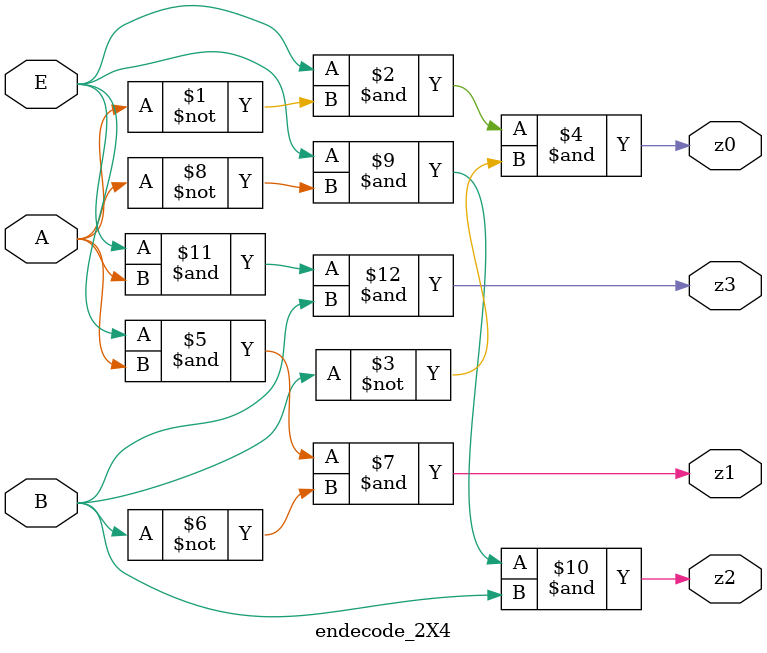
<source format=v>
`timescale 1ns / 1ps


module endecode_2X4(
    input E,
    input A,
    input B,
    output z0,
    output z1,
    output z2,
    output z3
    );
assign z0=E & (~A) & (~B);
assign z1=E & (A) & (~B);
assign z2=E & (~A) & (B);
assign z3=E & (A) & (B);
endmodule

</source>
